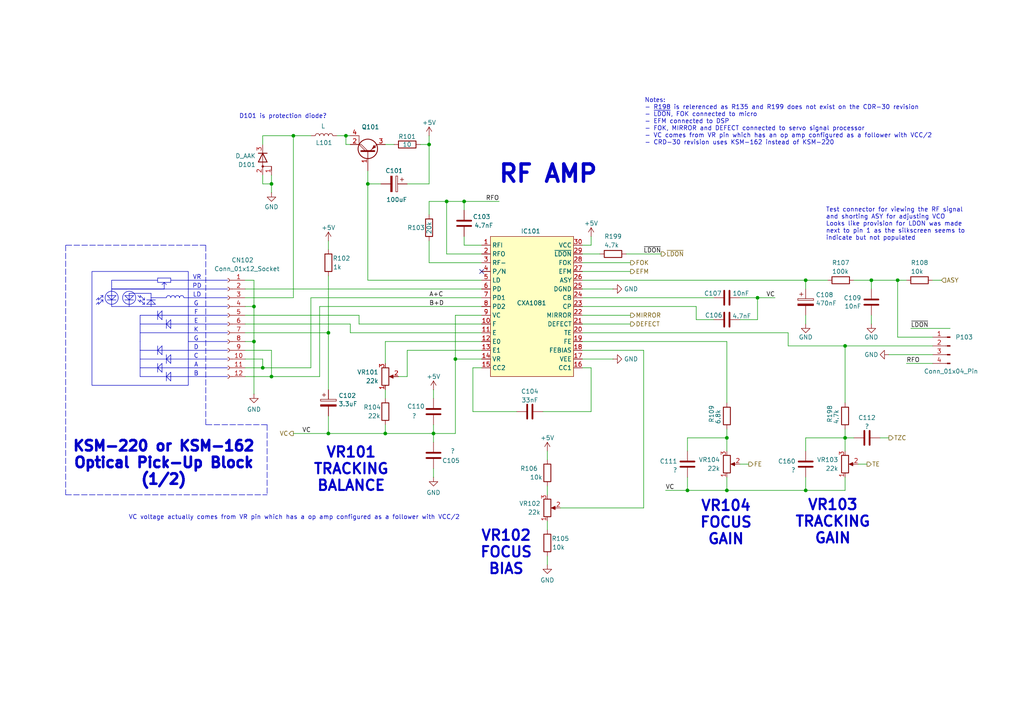
<source format=kicad_sch>
(kicad_sch (version 20231120) (generator "eeschema") (generator_version "8.0")
  (paper "A4")
  (title_block (title "PC-Engine CDR-30A (CD-ROM2) Schematics - MAIN PWR") (date "2024-05-03") (rev "0.1") (company "Author: Regis Galland"))
  (lib_symbols
    (symbol "Connector:Conn_01x04_Pin" (pin_names (offset 1.016) hide)
      (property "Reference" "J" (at 0 5.08 0))
      (property "Value" "Conn_01x04_Pin" (at 0 -7.62 0))
      (symbol "Conn_01x04_Pin_1_1"
        (polyline (pts (xy 1.27 -5.08) (xy 0.8636 -5.08)) (stroke (width 0.1524)))
        (polyline (pts (xy 1.27 -2.54) (xy 0.8636 -2.54)) (stroke (width 0.1524)))
        (polyline (pts (xy 1.27 0) (xy 0.8636 0)) (stroke (width 0.1524)))
        (polyline (pts (xy 1.27 2.54) (xy 0.8636 2.54)) (stroke (width 0.1524)))
        (rectangle (start 0.8636 -4.953) (end 0 -5.207) (stroke (width 0.1524)) (fill (type outline)))
        (rectangle (start 0.8636 -2.413) (end 0 -2.667) (stroke (width 0.1524)) (fill (type outline)))
        (rectangle (start 0.8636 0.127) (end 0 -0.127) (stroke (width 0.1524)) (fill (type outline)))
        (rectangle (start 0.8636 2.667) (end 0 2.413) (stroke (width 0.1524)) (fill (type outline)))
        (pin passive line (at 5.08 2.54 180) (length 3.81) (name "Pin_1") (number "1"))
        (pin passive line (at 5.08 0 180) (length 3.81) (name "Pin_2") (number "2"))
        (pin passive line (at 5.08 -2.54 180) (length 3.81) (name "Pin_3") (number "3"))
        (pin passive line (at 5.08 -5.08 180) (length 3.81) (name "Pin_4") (number "4"))
      )
    )
    (symbol "Connector:Conn_01x12_Socket" (pin_names (offset 1.016) hide)
      (property "Reference" "J" (at 0 15.24 0))
      (property "Value" "Conn_01x12_Socket" (at 0 -17.78 0))
      (symbol "Conn_01x12_Socket_1_1"
        (arc (start 0 -14.732) (mid -0.5058 -15.24) (end 0 -15.748) (stroke (width 0.1524)))
        (arc (start 0 -12.192) (mid -0.5058 -12.7) (end 0 -13.208) (stroke (width 0.1524)))
        (arc (start 0 -9.652) (mid -0.5058 -10.16) (end 0 -10.668) (stroke (width 0.1524)))
        (arc (start 0 -7.112) (mid -0.5058 -7.62) (end 0 -8.128) (stroke (width 0.1524)))
        (arc (start 0 -4.572) (mid -0.5058 -5.08) (end 0 -5.588) (stroke (width 0.1524)))
        (arc (start 0 -2.032) (mid -0.5058 -2.54) (end 0 -3.048) (stroke (width 0.1524)))
        (polyline (pts (xy -1.27 -15.24) (xy -0.508 -15.24)) (stroke (width 0.1524)))
        (polyline (pts (xy -1.27 -12.7) (xy -0.508 -12.7)) (stroke (width 0.1524)))
        (polyline (pts (xy -1.27 -10.16) (xy -0.508 -10.16)) (stroke (width 0.1524)))
        (polyline (pts (xy -1.27 -7.62) (xy -0.508 -7.62)) (stroke (width 0.1524)))
        (polyline (pts (xy -1.27 -5.08) (xy -0.508 -5.08)) (stroke (width 0.1524)))
        (polyline (pts (xy -1.27 -2.54) (xy -0.508 -2.54)) (stroke (width 0.1524)))
        (polyline (pts (xy -1.27 0) (xy -0.508 0)) (stroke (width 0.1524)))
        (polyline (pts (xy -1.27 2.54) (xy -0.508 2.54)) (stroke (width 0.1524)))
        (polyline (pts (xy -1.27 5.08) (xy -0.508 5.08)) (stroke (width 0.1524)))
        (polyline (pts (xy -1.27 7.62) (xy -0.508 7.62)) (stroke (width 0.1524)))
        (polyline (pts (xy -1.27 10.16) (xy -0.508 10.16)) (stroke (width 0.1524)))
        (polyline (pts (xy -1.27 12.7) (xy -0.508 12.7)) (stroke (width 0.1524)))
        (arc (start 0 0.508) (mid -0.5058 0) (end 0 -0.508) (stroke (width 0.1524)))
        (arc (start 0 3.048) (mid -0.5058 2.54) (end 0 2.032) (stroke (width 0.1524)))
        (arc (start 0 5.588) (mid -0.5058 5.08) (end 0 4.572) (stroke (width 0.1524)))
        (arc (start 0 8.128) (mid -0.5058 7.62) (end 0 7.112) (stroke (width 0.1524)))
        (arc (start 0 10.668) (mid -0.5058 10.16) (end 0 9.652) (stroke (width 0.1524)))
        (arc (start 0 13.208) (mid -0.5058 12.7) (end 0 12.192) (stroke (width 0.1524)))
        (pin passive line (at -5.08 12.7 0) (length 3.81) (name "Pin_1") (number "1"))
        (pin passive line (at -5.08 -10.16 0) (length 3.81) (name "Pin_10") (number "10"))
        (pin passive line (at -5.08 -12.7 0) (length 3.81) (name "Pin_11") (number "11"))
        (pin passive line (at -5.08 -15.24 0) (length 3.81) (name "Pin_12") (number "12"))
        (pin passive line (at -5.08 10.16 0) (length 3.81) (name "Pin_2") (number "2"))
        (pin passive line (at -5.08 7.62 0) (length 3.81) (name "Pin_3") (number "3"))
        (pin passive line (at -5.08 5.08 0) (length 3.81) (name "Pin_4") (number "4"))
        (pin passive line (at -5.08 2.54 0) (length 3.81) (name "Pin_5") (number "5"))
        (pin passive line (at -5.08 0 0) (length 3.81) (name "Pin_6") (number "6"))
        (pin passive line (at -5.08 -2.54 0) (length 3.81) (name "Pin_7") (number "7"))
        (pin passive line (at -5.08 -5.08 0) (length 3.81) (name "Pin_8") (number "8"))
        (pin passive line (at -5.08 -7.62 0) (length 3.81) (name "Pin_9") (number "9"))
      )
    )
    (symbol "Device:C" (pin_numbers hide) (pin_names (offset 0.254))
      (property "Reference" "C" (at 0.635 2.54 0))
      (property "Value" "C" (at 0.635 -2.54 0))
      (symbol "C_0_1"
        (polyline (pts (xy -2.032 -0.762) (xy 2.032 -0.762)) (stroke (width 0.508)))
        (polyline (pts (xy -2.032 0.762) (xy 2.032 0.762)) (stroke (width 0.508)))
      )
      (symbol "C_1_1"
        (pin passive line (at 0 3.81 270) (length 2.794) (name "~") (number "1"))
        (pin passive line (at 0 -3.81 90) (length 2.794) (name "~") (number "2"))
      )
    )
    (symbol "Device:C_Polarized" (pin_numbers hide) (pin_names (offset 0.254))
      (property "Reference" "C" (at 0.635 2.54 0))
      (property "Value" "C_Polarized" (at 0.635 -2.54 0))
      (symbol "C_Polarized_0_1"
        (rectangle (start -2.286 0.508) (end 2.286 1.016))
        (polyline (pts (xy -1.778 2.286) (xy -0.762 2.286)))
        (polyline (pts (xy -1.27 2.794) (xy -1.27 1.778)))
        (rectangle (start 2.286 -0.508) (end -2.286 -1.016) (fill (type outline)))
      )
      (symbol "C_Polarized_1_1"
        (pin passive line (at 0 3.81 270) (length 2.794) (name "~") (number "1"))
        (pin passive line (at 0 -3.81 90) (length 2.794) (name "~") (number "2"))
      )
    )
    (symbol "Device:D_AAK" (pin_names (offset 0) hide)
      (property "Reference" "D" (at 0 2.54 0))
      (property "Value" "D_AAK" (at 0 -2.54 0))
      (symbol "D_AAK_0_1"
        (polyline (pts (xy -1.27 1.27) (xy -1.27 -1.27)) (stroke (width 0.254)))
        (polyline (pts (xy 1.27 1.27) (xy 1.27 -1.27) (xy -1.27 0) (xy 1.27 1.27)) (stroke (width 0.254)))
        (polyline (pts (xy 3.81 2.54) (xy 2.54 2.54) (xy 2.54 0) (xy -1.27 0)))
        (circle (center 2.54 0) (radius 0.254) (fill (type outline)))
      )
      (symbol "D_AAK_1_1"
        (pin passive line (at 5.08 2.54 180) (length 2.54) (name "A") (number "1"))
        (pin passive line (at 5.08 0 180) (length 2.54) (name "A") (number "2"))
        (pin passive line (at -3.81 0 0) (length 2.54) (name "K") (number "3"))
      )
    )
    (symbol "Device:L" (pin_numbers hide) (pin_names (offset 1.016) hide)
      (property "Reference" "L" (at -1.27 0 90))
      (property "Value" "L" (at 1.905 0 90))
      (symbol "L_0_1"
        (arc (start 0 -2.54) (mid 0.6323 -1.905) (end 0 -1.27))
        (arc (start 0 -1.27) (mid 0.6323 -0.635) (end 0 0))
        (arc (start 0 0) (mid 0.6323 0.635) (end 0 1.27))
        (arc (start 0 1.27) (mid 0.6323 1.905) (end 0 2.54))
      )
      (symbol "L_1_1"
        (pin passive line (at 0 3.81 270) (length 1.27) (name "1") (number "1"))
        (pin passive line (at 0 -3.81 90) (length 1.27) (name "2") (number "2"))
      )
    )
    (symbol "Device:Q_PNP_Darlington_BCEC" (pin_names (offset 0) hide)
      (property "Reference" "Q" (at 5.588 1.27 0))
      (property "Value" "Q_PNP_Darlington_BCEC" (at 5.588 -1.27 0))
      (symbol "Q_PNP_Darlington_BCEC_0_1"
        (polyline (pts (xy 0.635 0.635) (xy 2.54 2.54)))
        (polyline (pts (xy 5.08 2.54) (xy 2.54 2.54)))
        (polyline (pts (xy 0.635 -0.635) (xy 2.54 -2.54) (xy 2.54 -2.54)))
        (polyline (pts (xy 0.635 0) (xy 2.54 1.905) (xy 2.54 2.54)))
        (polyline (pts (xy 0.635 1.905) (xy 0.635 -1.905) (xy 0.635 -1.905)) (stroke (width 0.508)))
        (polyline (pts (xy 2.286 -1.778) (xy 1.778 -2.286) (xy 1.27 -1.27) (xy 2.286 -1.778) (xy 2.286 -1.778)) (fill (type outline)))
        (circle (center 1.27 0) (radius 2.8194) (stroke (width 0.254)))
      )
      (symbol "Q_PNP_Darlington_BCEC_1_1"
        (pin input line (at -5.08 0 0) (length 5.715) (name "B") (number "1"))
        (pin passive line (at 2.54 5.08 270) (length 2.54) (name "C") (number "2"))
        (pin passive line (at 2.54 -5.08 90) (length 2.54) (name "E") (number "3"))
        (pin passive line (at 5.08 5.08 270) (length 2.54) (name "C") (number "4"))
      )
    )
    (symbol "Device:R" (pin_numbers hide) (pin_names (offset 0))
      (property "Reference" "R" (at 2.032 0 90))
      (property "Value" "R" (at 0 0 90))
      (symbol "R_0_1"
        (rectangle (start -1.016 -2.54) (end 1.016 2.54) (stroke (width 0.254)))
      )
      (symbol "R_1_1"
        (pin passive line (at 0 3.81 270) (length 1.27) (name "~") (number "1"))
        (pin passive line (at 0 -3.81 90) (length 1.27) (name "~") (number "2"))
      )
    )
    (symbol "Device:R_Potentiometer" (pin_names (offset 1.016) hide)
      (property "Reference" "RV" (at -4.445 0 90))
      (property "Value" "R_Potentiometer" (at -2.54 0 90))
      (symbol "R_Potentiometer_0_1"
        (polyline (pts (xy 2.54 0) (xy 1.524 0)))
        (polyline (pts (xy 1.143 0) (xy 2.286 0.508) (xy 2.286 -0.508) (xy 1.143 0)) (fill (type outline)))
        (rectangle (start 1.016 2.54) (end -1.016 -2.54) (stroke (width 0.254)))
      )
      (symbol "R_Potentiometer_1_1"
        (pin passive line (at 0 3.81 270) (length 1.27) (name "1") (number "1"))
        (pin passive line (at 3.81 0 180) (length 1.27) (name "2") (number "2"))
        (pin passive line (at 0 -3.81 90) (length 1.27) (name "3") (number "3"))
      )
    )
    (symbol "PC-Engine_CDR-30:CXA1081"
      (property "Reference" "IC" (at -0.635 40.005 0))
      (property "Value" "CXA1081" (at 7.62 4.445 0))
      (symbol "CXA1081_0_0"
        (rectangle (start 2.54 2.54) (end 26.67 -38.1) (stroke (width 0.1524)) (fill (type background)))
      )
      (symbol "CXA1081_1_1"
        (pin input line (at 0 0 0) (length 2.54) (name "RFI") (number "1"))
        (pin input line (at 0 -22.86 0) (length 2.54) (name "F") (number "10"))
        (pin input line (at 0 -25.4 0) (length 2.54) (name "E") (number "11"))
        (pin output line (at 0 -27.94 0) (length 2.54) (name "E0") (number "12"))
        (pin input line (at 0 -30.48 0) (length 2.54) (name "E1") (number "13"))
        (pin power_out line (at 0 -33.02 0) (length 2.54) (name "VR") (number "14"))
        (pin input line (at 0 -35.56 0) (length 2.54) (name "CC2") (number "15"))
        (pin input line (at 29.21 -35.56 180) (length 2.54) (name "CC1") (number "16"))
        (pin power_in line (at 29.21 -33.02 180) (length 2.54) (name "VEE") (number "17"))
        (pin input line (at 29.21 -30.48 180) (length 2.54) (name "FEBIAS") (number "18"))
        (pin output line (at 29.21 -27.94 180) (length 2.54) (name "FE") (number "19"))
        (pin output line (at 0 -2.54 0) (length 2.54) (name "RFO") (number "2"))
        (pin output line (at 29.21 -25.4 180) (length 2.54) (name "TE") (number "20"))
        (pin output line (at 29.21 -22.86 180) (length 2.54) (name "DEFECT") (number "21"))
        (pin input line (at 29.21 -20.32 180) (length 2.54) (name "MIRROR") (number "22"))
        (pin input line (at 29.21 -17.78 180) (length 2.54) (name "CP") (number "23"))
        (pin input line (at 29.21 -15.24 180) (length 2.54) (name "CB") (number "24"))
        (pin power_in line (at 29.21 -12.7 180) (length 2.54) (name "DGND") (number "25"))
        (pin input line (at 29.21 -10.16 180) (length 2.54) (name "ASY") (number "26"))
        (pin output line (at 29.21 -7.62 180) (length 2.54) (name "EFM") (number "27"))
        (pin input line (at 29.21 -5.08 180) (length 2.54) (name "FOK") (number "28"))
        (pin input line (at 29.21 -2.54 180) (length 2.54) (name "~{LDON}") (number "29"))
        (pin input line (at 0 -5.08 0) (length 2.54) (name "RF-") (number "3"))
        (pin power_in line (at 29.21 0 180) (length 2.54) (name "VCC") (number "30"))
        (pin input line (at 0 -7.62 0) (length 2.54) (name "P/N") (number "4"))
        (pin output line (at 0 -10.16 0) (length 2.54) (name "LD") (number "5"))
        (pin input line (at 0 -12.7 0) (length 2.54) (name "PD") (number "6"))
        (pin input line (at 0 -15.24 0) (length 2.54) (name "PD1") (number "7"))
        (pin input line (at 0 -17.78 0) (length 2.54) (name "PD2") (number "8"))
        (pin power_in line (at 0 -20.32 0) (length 2.54) (name "VC") (number "9"))
      )
    )
    (symbol "power:+5V" (power) (pin_numbers hide) (pin_names (offset 0) hide)
      (property "Value" "+5V" (at 0 3.556 0))
      (symbol "+5V_0_1"
        (polyline (pts (xy -0.762 1.27) (xy 0 2.54)))
        (polyline (pts (xy 0 0) (xy 0 2.54)))
        (polyline (pts (xy 0 2.54) (xy 0.762 1.27)))
      )
      (symbol "+5V_1_1"
        (pin power_in line (at 0 0 90) (length 0) (name "~") (number "1"))
      )
    )
    (symbol "power:GND" (power) (pin_numbers hide) (pin_names (offset 0) hide)
      (property "Value" "GND" (at 0 -3.81 0))
      (symbol "GND_0_1"
        (polyline (pts (xy 0 0) (xy 0 -1.27) (xy 1.27 -1.27) (xy 0 -2.54) (xy -1.27 -1.27) (xy 0 -1.27)))
      )
      (symbol "GND_1_1"
        (pin power_in line (at 0 0 270) (length 0) (name "~") (number "1"))
      )
    )
  )
  (junction (at 76.2 106.68))
  (junction (at 111.76 125.73))
  (junction (at 106.68 53.34))
  (junction (at 132.08 104.14))
  (junction (at 245.11 100.33))
  (junction (at 129.54 58.42))
  (junction (at 233.68 142.24))
  (junction (at 260.35 81.28))
  (junction (at 210.82 127))
  (junction (at 100.33 39.37))
  (junction (at 78.74 53.34))
  (junction (at 219.71 86.36))
  (junction (at 199.39 142.24))
  (junction (at 78.74 109.22))
  (junction (at 125.73 125.73))
  (junction (at 73.66 88.9))
  (junction (at 95.25 96.52))
  (junction (at 210.82 142.24))
  (junction (at 134.62 58.42))
  (junction (at 233.68 81.28))
  (junction (at 245.11 127))
  (junction (at 85.09 39.37))
  (junction (at 252.73 81.28))
  (junction (at 95.25 125.73))
  (junction (at 124.46 41.91))
  (junction (at 73.66 99.06))
  (no_connect (at 139.7 78.74))
  (polyline (pts (xy 41.275 88.265) (xy 41.91 88.265)))
  (wire (pts (xy 134.62 71.12) (xy 139.7 71.12)))
  (wire (pts (xy 158.75 130.81) (xy 158.75 133.35)))
  (wire (pts (xy 104.14 91.44) (xy 71.12 91.44)))
  (wire (pts (xy 158.75 140.97) (xy 158.75 143.51)))
  (wire (pts (xy 106.68 53.34) (xy 106.68 81.28)))
  (wire (pts (xy 106.68 53.34) (xy 110.49 53.34)))
  (polyline (pts (xy 19.05 71.12) (xy 19.05 143.51)) (stroke (width 0) (type dash)))
  (polyline (pts (xy 32.385 88.9) (xy 54.61 88.9)))
  (wire (pts (xy 124.46 53.34) (xy 118.11 53.34)))
  (polyline (pts (xy 45.085 88.265) (xy 42.545 88.265)))
  (polyline (pts (xy 32.385 83.82) (xy 32.385 88.9)))
  (wire (pts (xy 168.91 99.06) (xy 210.82 99.06)))
  (wire (pts (xy 111.76 125.73) (xy 111.76 123.19)))
  (polyline (pts (xy 59.69 71.12) (xy 19.05 71.12)) (stroke (width 0) (type dash)))
  (wire (pts (xy 210.82 142.24) (xy 233.68 142.24)))
  (wire (pts (xy 71.12 106.68) (xy 76.2 106.68)))
  (wire (pts (xy 111.76 125.73) (xy 125.73 125.73)))
  (wire (pts (xy 125.73 125.73) (xy 125.73 128.27)))
  (polyline (pts (xy 37.465 86.995) (xy 36.195 85.725)))
  (wire (pts (xy 134.62 58.42) (xy 144.78 58.42)))
  (polyline (pts (xy 66.04 109.22) (xy 40.64 109.22)))
  (polyline (pts (xy 47.625 81.915) (xy 47.625 83.82)))
  (polyline (pts (xy 41.275 86.995) (xy 41.91 86.995)))
  (wire (pts (xy 255.27 127) (xy 257.81 127)))
  (wire (pts (xy 73.66 81.28) (xy 71.12 81.28)))
  (polyline (pts (xy 40.64 93.98) (xy 66.04 93.98)))
  (polyline (pts (xy 45.72 91.44) (xy 46.99 92.71)))
  (wire (pts (xy 248.92 134.62) (xy 251.46 134.62)))
  (wire (pts (xy 245.11 138.43) (xy 245.11 142.24)))
  (polyline (pts (xy 32.385 86.995) (xy 33.655 85.725)))
  (polyline (pts (xy 41.91 88.265) (xy 41.91 87.63)))
  (polyline (pts (xy 40.64 104.14) (xy 66.04 104.14)))
  (polyline (pts (xy 31.115 86.995) (xy 33.655 86.995)))
  (wire (pts (xy 182.88 78.74) (xy 168.91 78.74)))
  (wire (pts (xy 214.63 86.36) (xy 219.71 86.36)))
  (polyline (pts (xy 48.26 102.87) (xy 48.26 105.41)))
  (wire (pts (xy 132.08 104.14) (xy 132.08 125.73)))
  (polyline (pts (xy 45.72 106.68) (xy 46.99 105.41)))
  (polyline (pts (xy 40.64 99.06) (xy 40.64 91.44)))
  (wire (pts (xy 90.17 86.36) (xy 139.7 86.36)))
  (wire (pts (xy 124.46 69.85) (xy 124.46 76.2)))
  (polyline (pts (xy 48.26 92.71) (xy 48.26 95.25)))
  (wire (pts (xy 124.46 41.91) (xy 121.92 41.91)))
  (polyline (pts (xy 43.815 86.995) (xy 45.085 88.265)))
  (wire (pts (xy 199.39 127) (xy 199.39 130.81)))
  (polyline (pts (xy 28.575 88.265) (xy 29.845 86.995)))
  (wire (pts (xy 270.51 81.28) (xy 273.05 81.28)))
  (wire (pts (xy 73.66 88.9) (xy 73.66 99.06)))
  (wire (pts (xy 182.88 93.98) (xy 168.91 93.98)))
  (wire (pts (xy 129.54 73.66) (xy 139.7 73.66)))
  (wire (pts (xy 168.91 88.9) (xy 201.93 88.9)))
  (wire (pts (xy 247.65 81.28) (xy 252.73 81.28)))
  (wire (pts (xy 111.76 41.91) (xy 114.3 41.91)))
  (wire (pts (xy 78.74 55.88) (xy 78.74 53.34)))
  (wire (pts (xy 132.08 125.73) (xy 125.73 125.73)))
  (wire (pts (xy 129.54 58.42) (xy 124.46 58.42)))
  (wire (pts (xy 210.82 124.46) (xy 210.82 127)))
  (wire (pts (xy 76.2 39.37) (xy 85.09 39.37)))
  (wire (pts (xy 124.46 58.42) (xy 124.46 62.23)))
  (polyline (pts (xy 46.99 82.55) (xy 47.625 81.915)))
  (wire (pts (xy 210.82 99.06) (xy 210.82 116.84)))
  (wire (pts (xy 101.6 93.98) (xy 101.6 96.52)))
  (polyline (pts (xy 77.47 123.19) (xy 59.69 123.19)) (stroke (width 0) (type dash)))
  (polyline (pts (xy 28.575 86.995) (xy 29.845 85.725)))
  (wire (pts (xy 71.12 109.22) (xy 78.74 109.22)))
  (polyline (pts (xy 66.04 83.82) (xy 32.385 83.82)))
  (wire (pts (xy 158.75 151.13) (xy 158.75 153.67)))
  (wire (pts (xy 252.73 93.98) (xy 252.73 91.44)))
  (polyline (pts (xy 29.21 86.995) (xy 29.845 86.995)))
  (polyline (pts (xy 29.845 85.725) (xy 29.845 86.36)))
  (polyline (pts (xy 31.115 85.725) (xy 33.655 85.725)))
  (wire (pts (xy 207.01 92.71) (xy 201.93 92.71)))
  (polyline (pts (xy 27.94 86.995) (xy 28.575 86.36)))
  (polyline (pts (xy 40.64 91.44) (xy 66.04 91.44)))
  (wire (pts (xy 182.88 91.44) (xy 168.91 91.44)))
  (polyline (pts (xy 43.815 85.09) (xy 43.815 86.36)))
  (polyline (pts (xy 49.53 81.28) (xy 66.04 81.28)))
  (polyline (pts (xy 28.575 86.36) (xy 28.575 86.995)))
  (polyline (pts (xy 45.72 105.41) (xy 45.72 107.95)))
  (wire (pts (xy 139.7 106.68) (xy 137.16 106.68)))
  (wire (pts (xy 139.7 99.06) (xy 111.76 99.06)))
  (polyline (pts (xy 40.64 106.68) (xy 66.04 106.68)))
  (polyline (pts (xy 37.465 85.09) (xy 37.465 88.9)))
  (polyline (pts (xy 45.72 106.68) (xy 46.99 107.95)))
  (wire (pts (xy 245.11 100.33) (xy 270.51 100.33)))
  (wire (pts (xy 71.12 93.98) (xy 101.6 93.98)))
  (wire (pts (xy 106.68 81.28) (xy 139.7 81.28)))
  (polyline (pts (xy 43.815 86.995) (xy 42.545 88.265)))
  (wire (pts (xy 100.33 41.91) (xy 100.33 39.37)))
  (polyline (pts (xy 29.21 85.725) (xy 29.845 85.725)))
  (wire (pts (xy 252.73 81.28) (xy 252.73 83.82)))
  (polyline (pts (xy 46.99 100.33) (xy 46.99 102.87)))
  (polyline (pts (xy 37.465 85.09) (xy 43.815 85.09)))
  (wire (pts (xy 71.12 83.82) (xy 139.7 83.82)))
  (wire (pts (xy 76.2 104.14) (xy 76.2 106.68)))
  (wire (pts (xy 71.12 88.9) (xy 73.66 88.9)))
  (wire (pts (xy 111.76 115.57) (xy 111.76 113.03)))
  (polyline (pts (xy 29.845 86.995) (xy 29.845 87.63)))
  (polyline (pts (xy 32.385 83.82) (xy 47.625 83.82)))
  (polyline (pts (xy 36.195 86.995) (xy 38.735 86.995)))
  (wire (pts (xy 85.09 125.73) (xy 95.25 125.73)))
  (wire (pts (xy 193.04 142.24) (xy 199.39 142.24)))
  (polyline (pts (xy 48.26 104.14) (xy 49.53 102.87)))
  (polyline (pts (xy 54.61 99.06) (xy 66.04 99.06)))
  (polyline (pts (xy 37.465 86.995) (xy 38.735 85.725)))
  (wire (pts (xy 233.68 142.24) (xy 233.68 138.43)))
  (polyline (pts (xy 45.72 100.33) (xy 45.72 102.87)))
  (polyline (pts (xy 43.815 88.9) (xy 43.815 86.36)))
  (wire (pts (xy 210.82 142.24) (xy 210.82 138.43)))
  (wire (pts (xy 157.48 119.38) (xy 171.45 119.38)))
  (wire (pts (xy 118.11 101.6) (xy 139.7 101.6)))
  (polyline (pts (xy 47.625 81.915) (xy 48.26 82.55)))
  (wire (pts (xy 264.16 95.25) (xy 275.59 95.25)))
  (wire (pts (xy 210.82 127) (xy 199.39 127)))
  (wire (pts (xy 233.68 81.28) (xy 233.68 83.82)))
  (wire (pts (xy 132.08 91.44) (xy 132.08 104.14)))
  (wire (pts (xy 124.46 41.91) (xy 124.46 53.34)))
  (wire (pts (xy 173.99 73.66) (xy 168.91 73.66)))
  (wire (pts (xy 139.7 104.14) (xy 132.08 104.14)))
  (wire (pts (xy 137.16 106.68) (xy 137.16 119.38)))
  (wire (pts (xy 168.91 83.82) (xy 177.8 83.82)))
  (wire (pts (xy 106.68 49.53) (xy 106.68 53.34)))
  (polyline (pts (xy 19.05 143.51) (xy 77.47 143.51)) (stroke (width 0) (type dash)))
  (polyline (pts (xy 32.385 81.28) (xy 32.385 83.82)))
  (polyline (pts (xy 28.575 87.63) (xy 28.575 88.265)))
  (polyline (pts (xy 27.94 88.265) (xy 28.575 87.63)))
  (polyline (pts (xy 49.53 107.95) (xy 49.53 110.49)))
  (wire (pts (xy 245.11 124.46) (xy 245.11 127)))
  (polyline (pts (xy 46.99 90.17) (xy 46.99 92.71)))
  (polyline (pts (xy 48.26 93.98) (xy 49.53 92.71)))
  (wire (pts (xy 124.46 76.2) (xy 139.7 76.2)))
  (wire (pts (xy 71.12 104.14) (xy 76.2 104.14)))
  (polyline (pts (xy 40.005 85.725) (xy 40.64 86.36)))
  (wire (pts (xy 73.66 88.9) (xy 73.66 81.28)))
  (polyline (pts (xy 49.53 102.87) (xy 49.53 105.41)))
  (wire (pts (xy 78.74 50.8) (xy 78.74 53.34)))
  (polyline (pts (xy 45.72 101.6) (xy 46.99 102.87)))
  (wire (pts (xy 210.82 130.81) (xy 210.82 127)))
  (polyline (pts (xy 46.99 105.41) (xy 46.99 107.95)))
  (polyline (pts (xy 40.005 86.995) (xy 40.64 87.63)))
  (wire (pts (xy 118.11 101.6) (xy 118.11 109.22)))
  (wire (pts (xy 168.91 104.14) (xy 177.8 104.14)))
  (wire (pts (xy 90.17 106.68) (xy 90.17 86.36)))
  (wire (pts (xy 76.2 39.37) (xy 76.2 41.91)))
  (wire (pts (xy 101.6 96.52) (xy 139.7 96.52)))
  (wire (pts (xy 191.77 73.66) (xy 181.61 73.66)))
  (wire (pts (xy 71.12 96.52) (xy 95.25 96.52)))
  (wire (pts (xy 124.46 39.37) (xy 124.46 41.91)))
  (wire (pts (xy 214.63 92.71) (xy 219.71 92.71)))
  (wire (pts (xy 168.91 81.28) (xy 233.68 81.28)))
  (wire (pts (xy 247.65 127) (xy 245.11 127)))
  (wire (pts (xy 85.09 39.37) (xy 90.17 39.37)))
  (wire (pts (xy 111.76 125.73) (xy 95.25 125.73)))
  (wire (pts (xy 260.35 97.79) (xy 270.51 97.79)))
  (wire (pts (xy 252.73 81.28) (xy 260.35 81.28)))
  (wire (pts (xy 245.11 127) (xy 245.11 130.81)))
  (polyline (pts (xy 40.64 109.22) (xy 40.64 101.6)))
  (wire (pts (xy 134.62 68.58) (xy 134.62 71.12)))
  (wire (pts (xy 168.91 86.36) (xy 207.01 86.36)))
  (wire (pts (xy 262.89 105.41) (xy 270.51 105.41)))
  (wire (pts (xy 104.14 91.44) (xy 104.14 93.98)))
  (wire (pts (xy 199.39 142.24) (xy 210.82 142.24)))
  (wire (pts (xy 73.66 99.06) (xy 73.66 114.3)))
  (wire (pts (xy 168.91 71.12) (xy 171.45 71.12)))
  (wire (pts (xy 201.93 92.71) (xy 201.93 88.9)))
  (wire (pts (xy 78.74 101.6) (xy 71.12 101.6)))
  (wire (pts (xy 245.11 142.24) (xy 233.68 142.24)))
  (wire (pts (xy 95.25 69.85) (xy 95.25 72.39)))
  (wire (pts (xy 78.74 53.34) (xy 76.2 53.34)))
  (wire (pts (xy 100.33 39.37) (xy 97.79 39.37)))
  (wire (pts (xy 245.11 127) (xy 233.68 127)))
  (polyline (pts (xy 45.72 91.44) (xy 46.99 90.17)))
  (wire (pts (xy 76.2 106.68) (xy 90.17 106.68)))
  (polyline (pts (xy 32.385 81.28) (xy 45.72 81.28)))
  (wire (pts (xy 219.71 86.36) (xy 219.71 92.71)))
  (wire (pts (xy 129.54 58.42) (xy 134.62 58.42)))
  (wire (pts (xy 168.91 96.52) (xy 228.6 96.52)))
  (polyline (pts (xy 59.69 123.19) (xy 59.69 71.12)) (stroke (width 0) (type dash)))
  (wire (pts (xy 78.74 101.6) (xy 78.74 109.22)))
  (wire (pts (xy 125.73 135.89) (xy 125.73 138.43)))
  (wire (pts (xy 78.74 109.22) (xy 92.71 109.22)))
  (wire (pts (xy 118.11 109.22) (xy 115.57 109.22)))
  (wire (pts (xy 158.75 161.29) (xy 158.75 163.83)))
  (wire (pts (xy 100.33 39.37) (xy 101.6 39.37)))
  (polyline (pts (xy 45.72 90.17) (xy 45.72 92.71)))
  (wire (pts (xy 76.2 53.34) (xy 76.2 50.8)))
  (polyline (pts (xy 40.64 99.06) (xy 40.64 101.6)))
  (wire (pts (xy 233.68 81.28) (xy 240.03 81.28)))
  (polyline (pts (xy 48.26 104.14) (xy 49.53 105.41)))
  (polyline (pts (xy 40.64 101.6) (xy 66.04 101.6)))
  (wire (pts (xy 134.62 60.96) (xy 134.62 58.42)))
  (polyline (pts (xy 53.34 86.36) (xy 66.04 86.36)))
  (wire (pts (xy 137.16 119.38) (xy 149.86 119.38)))
  (wire (pts (xy 139.7 93.98) (xy 104.14 93.98)))
  (wire (pts (xy 214.63 134.62) (xy 217.17 134.62)))
  (wire (pts (xy 260.35 81.28) (xy 262.89 81.28)))
  (wire (pts (xy 233.68 91.44) (xy 233.68 93.98)))
  (polyline (pts (xy 48.26 109.22) (xy 49.53 107.95)))
  (polyline (pts (xy 40.64 87.63) (xy 40.64 86.995)))
  (wire (pts (xy 245.11 100.33) (xy 245.11 116.84)))
  (wire (pts (xy 219.71 86.36) (xy 224.79 86.36)))
  (wire (pts (xy 171.45 68.58) (xy 171.45 71.12)))
  (wire (pts (xy 139.7 91.44) (xy 132.08 91.44)))
  (wire (pts (xy 182.88 76.2) (xy 168.91 76.2)))
  (wire (pts (xy 260.35 81.28) (xy 260.35 97.79)))
  (wire (pts (xy 71.12 99.06) (xy 73.66 99.06)))
  (wire (pts (xy 95.25 96.52) (xy 95.25 113.03)))
  (wire (pts (xy 168.91 101.6) (xy 186.69 101.6)))
  (wire (pts (xy 125.73 125.73) (xy 125.73 123.19)))
  (polyline (pts (xy 54.61 88.9) (xy 66.04 88.9)))
  (wire (pts (xy 71.12 86.36) (xy 85.09 86.36)))
  (wire (pts (xy 95.25 80.01) (xy 95.25 96.52)))
  (wire (pts (xy 111.76 99.06) (xy 111.76 105.41)))
  (polyline (pts (xy 40.64 85.725) (xy 41.91 86.995)))
  (wire (pts (xy 270.51 102.87) (xy 257.81 102.87)))
  (wire (pts (xy 129.54 58.42) (xy 129.54 73.66)))
  (polyline (pts (xy 48.26 109.22) (xy 49.53 110.49)))
  (polyline (pts (xy 48.26 107.95) (xy 48.26 110.49)))
  (polyline (pts (xy 45.72 101.6) (xy 46.99 100.33)))
  (wire (pts (xy 95.25 120.65) (xy 95.25 125.73)))
  (polyline (pts (xy 36.195 85.725) (xy 38.735 85.725)))
  (wire (pts (xy 233.68 127) (xy 233.68 130.81)))
  (wire (pts (xy 228.6 96.52) (xy 228.6 100.33)))
  (polyline (pts (xy 48.26 93.98) (xy 49.53 95.25)))
  (polyline (pts (xy 43.815 86.36) (xy 48.26 86.36)))
  (polyline (pts (xy 40.64 86.995) (xy 41.91 88.265)))
  (polyline (pts (xy 40.64 96.52) (xy 66.04 96.52)))
  (polyline (pts (xy 40.64 86.36) (xy 40.64 85.725)))
  (wire (pts (xy 162.56 147.32) (xy 186.69 147.32)))
  (wire (pts (xy 101.6 41.91) (xy 100.33 41.91)))
  (wire (pts (xy 85.09 39.37) (xy 85.09 86.36)))
  (polyline (pts (xy 45.085 86.995) (xy 42.545 86.995)))
  (wire (pts (xy 228.6 100.33) (xy 245.11 100.33)))
  (wire (pts (xy 171.45 119.38) (xy 171.45 106.68)))
  (wire (pts (xy 199.39 138.43) (xy 199.39 142.24)))
  (polyline (pts (xy 49.53 92.71) (xy 49.53 95.25)))
  (wire (pts (xy 171.45 106.68) (xy 168.91 106.68)))
  (wire (pts (xy 92.71 109.22) (xy 92.71 88.9)))
  (polyline (pts (xy 41.91 86.995) (xy 41.91 86.36)))
  (wire (pts (xy 125.73 113.03) (xy 125.73 115.57)))
  (polyline (pts (xy 77.47 123.19) (xy 77.47 143.51)) (stroke (width 0) (type dash)))
  (wire (pts (xy 186.69 101.6) (xy 186.69 147.32)))
  (polyline (pts (xy 32.385 86.995) (xy 31.115 85.725)))
  (wire (pts (xy 92.71 88.9) (xy 139.7 88.9)))
  (arc (start 52.07 86.36) (mid 52.705 85.725) (end 53.34 86.36))
  (arc (start 50.8 86.36) (mid 51.435 85.725) (end 52.07 86.36))
  (circle (center 37.465 86.36) (radius 1.905))
  (rectangle (start 26.67 78.74) (end 54.61 111.76))
  (circle (center 32.385 86.36) (radius 1.905))
  (rectangle (start 45.72 80.645) (end 49.53 81.915))
  (arc (start 48.26 86.36) (mid 48.895 85.725) (end 49.53 86.36))
  (arc (start 49.53 86.36) (mid 50.165 85.725) (end 50.8 86.36))
  (text "C" (at 56.896 103.378 0) (effects (font (size 1.27 1.27))))
  (text "LD" (at 57.15 85.598 0) (effects (font (size 1.27 1.27))))
  (text "RF AMP" (at 159.004 50.546 0) (effects (font (size 5 5) (thickness 1) (bold yes))))
  (text "G" (at 56.896 88.138 0) (effects (font (size 1.27 1.27))))
  (text "D" (at 56.896 100.838 0) (effects (font (size 1.27 1.27))))
  (text "VR" (at 57.15 80.518 0) (effects (font (size 1.27 1.27))))
  (text "K" (at 56.896 95.758 0) (effects (font (size 1.27 1.27))))
  (text "B" (at 56.896 108.458 0) (effects (font (size 1.27 1.27))))
  (text "Test connector for viewing the RF signal\nand shorting ASY for adjusting VCO\nLooks like provision for LDON was made\nnext to pin 1 as the silkscreen seems to\nindicate but not populated" (at 239.522 69.85 0) (effects (font (size 1.27 1.27)) (justify left bottom)))
  (text "Notes:\n- R198 is relerenced as R135 and R199 does not exist on the CDR-30 revision\n- ~{LDON}, FOK connected to micro\n- EFM connected to DSP\n- FOK, MIRROR and DEFECT connected to servo signal processor\n- VC comes from VR pin which has an op amp configured as a follower with VCC/2\n- CRD-30 revision uses KSM-162 instead of KSM-220" (at 186.944 35.306 0) (effects (font (size 1.27 1.27)) (justify left)))
  (text "PD" (at 57.15 83.058 0) (effects (font (size 1.27 1.27))))
  (text "D101 is protection diode?" (at 69.342 34.544 0) (effects (font (size 1.27 1.27)) (justify left bottom)))
  (text "A" (at 56.896 105.918 0) (effects (font (size 1.27 1.27))))
  (text "KSM-220 or KSM-162\nOptical Pick-Up Block\n(1/2)" (at 47.498 134.366 0) (effects (font (size 3 3) (thickness 1) (bold yes))))
  (text "F" (at 56.896 90.678 0) (effects (font (size 1.27 1.27))))
  (text "VR103\nTRACKING\nGAIN\n" (at 241.554 157.988 0) (effects (font (size 3 3) (thickness 0.6) (bold yes)) (justify bottom)))
  (text "VC voltage actually comes from VR pin which has a op amp configured as a follower with VCC/2" (at 85.344 150.114 0) (effects (font (size 1.27 1.27))))
  (text "G" (at 56.896 98.298 0) (effects (font (size 1.27 1.27))))
  (text "VR104\nFOCUS\nGAIN\n" (at 210.566 158.242 0) (effects (font (size 3 3) (thickness 0.6) (bold yes)) (justify bottom)))
  (text "VR101\nTRACKING\nBALANCE" (at 101.854 142.748 0) (effects (font (size 3 3) (thickness 0.6) (bold yes)) (justify bottom)))
  (text "VR102\nFOCUS\nBIAS" (at 146.812 166.878 0) (effects (font (size 3 3) (thickness 0.6) (bold yes)) (justify bottom)))
  (text "E" (at 56.896 93.218 0) (effects (font (size 1.27 1.27))))
  (label "A+C" (at 124.46 86.36 0))
  (label "VC" (at 87.63 125.73 0))
  (label "VC" (at 224.79 86.36 180))
  (label "~{LDON}" (at 264.16 95.25 0))
  (label "VC" (at 193.04 142.24 0))
  (label "~{LDON}" (at 191.77 73.66 180))
  (label "RFO" (at 144.78 58.42 180))
  (label "RFO" (at 262.89 105.41 0))
  (label "B+D" (at 124.46 88.9 0))
  (hierarchical_label "TZC" (shape output) (at 257.81 127 0))
  (hierarchical_label "ASY" (shape input) (at 273.05 81.28 0))
  (hierarchical_label "EFM" (shape output) (at 182.88 78.74 0))
  (hierarchical_label "FE" (shape output) (at 217.17 134.62 0))
  (hierarchical_label "TE" (shape output) (at 251.46 134.62 0))
  (hierarchical_label "VC" (shape output) (at 85.09 125.73 180))
  (hierarchical_label "FOK" (shape output) (at 182.88 76.2 0))
  (hierarchical_label "MIRROR" (shape output) (at 182.88 91.44 0))
  (hierarchical_label "DEFECT" (shape output) (at 182.88 93.98 0))
  (hierarchical_label "~{LDON}" (shape output) (at 191.77 73.66 0))
  (symbol (lib_id "Device:R") (at 177.8 73.66 90) (mirror x) (unit 1)
    (property "Reference" "R199" (at 175.26 68.58 90) (effects (justify right)))
    (property "Value" "4.7k" (at 175.26 71.12 90) (effects (justify right)))
    (property "Footprint" "Resistor_SMD:R_0603_1608Metric" (effects (hide yes)))
  )
  (symbol (lib_id "Device:C") (at 134.62 64.77 0) (unit 1)
    (property "Reference" "C103" (at 139.7 62.865 0))
    (property "Value" "4.7nF" (at 140.335 65.405 0))
    (property "Footprint" "Capacitor_SMD:C_0603_1608Metric" (effects (hide yes)))
  )
  (symbol (lib_id "power:GND") (at 73.66 114.3 0) (unit 1)
    (property "Reference" "#PWR0129" (effects (hide yes)))
    (property "Value" "GND" (at 73.66 118.7434 0))
    (property "Description" "Power symbol creates a global label with name \"GND\" , ground" (effects (hide yes)))
  )
  (symbol (lib_id "Device:R_Potentiometer") (at 210.82 134.62 0) (mirror x) (unit 1)
    (property "Reference" "VR104" (at 205.74 133.35 0))
    (property "Value" "22k" (at 207.01 135.89 0))
  )
  (symbol (lib_id "Device:C") (at 252.73 87.63 0) (mirror x) (unit 1)
    (property "Reference" "C109" (at 249.8091 86.4178 0) (effects (justify right)))
    (property "Value" "10nF" (at 249.8091 88.8421 0) (effects (justify right)))
    (property "Footprint" "Capacitor_SMD:C_0603_1608Metric" (effects (hide yes)))
  )
  (symbol (lib_id "PC-Engine_CDR-30:CXA1081") (at 139.7 71.12 0) (unit 1)
    (property "Reference" "IC101" (at 153.924 67.056 0))
    (property "Value" "CXA1081" (at 154.178 87.884 0))
    (property "Footprint" "CDR-30A:SOIC-30W_7.5x20.0mm_P1.27mm" (effects (hide yes)))
    (property "Datasheet" "https://wiki.console5.com/tw/images/a/a1/KA9201.pdf" (effects (hide yes)))
    (property "Description" "RF Amp for CD players" (effects (hide yes)))
  )
  (symbol (lib_id "power:GND") (at 125.73 138.43 0) (unit 1)
    (property "Reference" "#PWR0156" (effects (hide yes)))
    (property "Value" "GND" (at 125.73 142.8734 0))
    (property "Description" "Power symbol creates a global label with name \"GND\" , ground" (effects (hide yes)))
  )
  (symbol (lib_id "Device:C_Polarized") (at 95.25 116.84 0) (unit 1)
    (property "Reference" "C102" (at 98.171 114.7388 0) (effects (justify left)))
    (property "Value" "3.3uF" (at 98.171 117.1631 0) (effects (justify left)))
    (property "Footprint" "Capacitor_SMD:CP_Elec_4x5.4" (effects (hide yes)))
  )
  (symbol (lib_id "power:GND") (at 233.68 93.98 0) (unit 1)
    (property "Reference" "#PWR090" (effects (hide yes)))
    (property "Value" "GND" (at 233.68 97.79 0))
    (property "Description" "Power symbol creates a global label with name \"GND\" , ground" (effects (hide yes)))
  )
  (symbol (lib_id "power:+5V") (at 124.46 39.37 0) (unit 1)
    (property "Reference" "#PWR076" (effects (hide yes)))
    (property "Value" "+5V" (at 124.46 35.56 0))
    (property "Description" "Power symbol creates a global label with name \"+5V\"" (effects (hide yes)))
  )
  (symbol (lib_id "Device:Q_PNP_Darlington_BCEC") (at 106.68 44.45 90) (unit 1)
    (property "Reference" "Q101" (at 107.442 36.83 90))
    (property "Value" "Q_PNP_Darlington_BCEC" (effects (hide yes)))
    (property "Footprint" "Package_TO_SOT_SMD:SOT-89-3" (effects (hide yes)))
  )
  (symbol (lib_id "Device:R") (at 95.25 76.2 0) (mirror x) (unit 1)
    (property "Reference" "R102" (at 101.6 74.93 0) (effects (justify right)))
    (property "Value" "1k" (at 99.06 77.47 0) (effects (justify right)))
    (property "Footprint" "Resistor_SMD:R_0603_1608Metric" (effects (hide yes)))
  )
  (symbol (lib_id "power:GND") (at 252.73 93.98 0) (unit 1)
    (property "Reference" "#PWR091" (effects (hide yes)))
    (property "Value" "GND" (at 252.73 97.79 0))
    (property "Description" "Power symbol creates a global label with name \"GND\" , ground" (effects (hide yes)))
  )
  (symbol (lib_id "Device:C") (at 210.82 92.71 270) (mirror x) (unit 1)
    (property "Reference" "C106" (at 207.01 91.44 90))
    (property "Value" "4.7nF" (at 215.138 91.694 90))
    (property "Footprint" "Capacitor_SMD:C_0603_1608Metric" (effects (hide yes)))
  )
  (symbol (lib_id "Device:D_AAK") (at 76.2 45.72 270) (unit 1)
    (property "Reference" "D101" (at 74.168 47.7612 90) (effects (justify right)))
    (property "Value" "D_AAK" (at 74.168 45.2243 90) (effects (justify right)))
    (property "Footprint" "Package_TO_SOT_SMD:SOT-89-3" (effects (hide yes)))
  )
  (symbol (lib_id "Device:R_Potentiometer") (at 158.75 147.32 0) (mirror x) (unit 1)
    (property "Reference" "VR102" (at 153.67 146.05 0))
    (property "Value" "22k" (at 154.94 148.59 0))
  )
  (symbol (lib_id "Device:R") (at 210.82 120.65 0) (mirror y) (unit 1)
    (property "Reference" "R109" (at 206.375 117.475 90) (effects (justify right)))
    (property "Value" "6.8k" (at 208.28 118.745 90) (effects (justify right)))
    (property "Footprint" "Resistor_SMD:R_0603_1608Metric" (effects (hide yes)))
  )
  (symbol (lib_id "Device:R") (at 266.7 81.28 90) (mirror x) (unit 1)
    (property "Reference" "R108" (at 264.16 76.2 90) (effects (justify right)))
    (property "Value" "10k" (at 264.16 78.74 90) (effects (justify right)))
    (property "Footprint" "Resistor_SMD:R_0603_1608Metric" (effects (hide yes)))
  )
  (symbol (lib_id "Device:C") (at 210.82 86.36 270) (mirror x) (unit 1)
    (property "Reference" "C107" (at 206.756 85.09 90))
    (property "Value" "10nF" (at 214.884 85.09 90))
    (property "Footprint" "Capacitor_SMD:C_0603_1608Metric" (effects (hide yes)))
  )
  (symbol (lib_id "power:+5V") (at 95.25 69.85 0) (unit 1)
    (property "Reference" "#PWR086" (effects (hide yes)))
    (property "Value" "+5V" (at 95.25 66.04 0))
    (property "Description" "Power symbol creates a global label with name \"+5V\"" (effects (hide yes)))
  )
  (symbol (lib_id "power:+5V") (at 171.45 68.58 0) (unit 1)
    (property "Reference" "#PWR088" (effects (hide yes)))
    (property "Value" "+5V" (at 171.45 64.77 0))
    (property "Description" "Power symbol creates a global label with name \"+5V\"" (effects (hide yes)))
  )
  (symbol (lib_id "Device:R") (at 111.76 119.38 180) (unit 1)
    (property "Reference" "R104" (at 105.41 118.11 0) (effects (justify right)))
    (property "Value" "22k" (at 106.68 120.65 0) (effects (justify right)))
    (property "Footprint" "Resistor_SMD:R_0603_1608Metric" (effects (hide yes)))
  )
  (symbol (lib_id "power:+5V") (at 158.75 130.81 0) (mirror y) (unit 1)
    (property "Reference" "#PWR0137" (effects (hide yes)))
    (property "Value" "+5V" (at 158.75 127 0))
    (property "Description" "Power symbol creates a global label with name \"+5V\"" (effects (hide yes)))
  )
  (symbol (lib_id "Connector:Conn_01x04_Pin") (at 275.59 100.33 0) (mirror y) (unit 1)
    (property "Reference" "P103" (at 279.654 97.79 0))
    (property "Value" "Conn_01x04_Pin" (at 275.844 107.696 0))
    (property "Description" "Generic connector, single row, 01x04, script generated" (effects (hide yes)))
  )
  (symbol (lib_id "Device:R_Potentiometer") (at 111.76 109.22 0) (mirror x) (unit 1)
    (property "Reference" "VR101" (at 106.68 107.95 0))
    (property "Value" "22k" (at 107.95 110.49 0))
  )
  (symbol (lib_id "Device:R") (at 118.11 41.91 270) (mirror x) (unit 1)
    (property "Reference" "R101" (at 120.65 39.624 90) (effects (justify right)))
    (property "Value" "10" (at 119.38 41.91 90) (effects (justify right)))
    (property "Footprint" "Resistor_SMD:R_0603_1608Metric" (effects (hide yes)))
  )
  (symbol (lib_id "Device:R") (at 158.75 137.16 180) (unit 1)
    (property "Reference" "R106" (at 150.876 135.89 0) (effects (justify right)))
    (property "Value" "10k" (at 153.67 138.43 0) (effects (justify right)))
    (property "Footprint" "Resistor_SMD:R_0603_1608Metric" (effects (hide yes)))
  )
  (symbol (lib_id "Device:R") (at 245.11 120.65 0) (mirror y) (unit 1)
    (property "Reference" "R198" (at 240.665 117.475 90) (effects (justify right)))
    (property "Value" "4.7k" (at 242.57 118.745 90) (effects (justify right)))
    (property "Footprint" "Resistor_SMD:R_0603_1608Metric" (effects (hide yes)))
  )
  (symbol (lib_id "Device:C_Polarized") (at 114.3 53.34 270) (unit 1)
    (property "Reference" "C101" (at 111.76 49.53 90) (effects (justify left)))
    (property "Value" "100uF" (at 112.014 57.912 90) (effects (justify left)))
    (property "Footprint" "Capacitor_SMD:CP_Elec_5x5.4" (effects (hide yes)))
  )
  (symbol (lib_id "Device:C") (at 251.46 127 270) (mirror x) (unit 1)
    (property "Reference" "C112" (at 251.46 121.1412 90))
    (property "Value" "?" (at 251.46 123.6781 90))
    (property "Footprint" "Capacitor_SMD:C_0603_1608Metric" (effects (hide yes)))
  )
  (symbol (lib_id "Device:C") (at 125.73 132.08 0) (mirror y) (unit 1)
    (property "Reference" "C105" (at 130.81 133.604 0))
    (property "Value" "?" (at 131.318 130.81 0))
    (property "Footprint" "Capacitor_SMD:C_0603_1608Metric" (effects (hide yes)))
  )
  (symbol (lib_id "power:GND") (at 158.75 163.83 0) (mirror y) (unit 1)
    (property "Reference" "#PWR0157" (effects (hide yes)))
    (property "Value" "GND" (at 158.75 168.2734 0))
    (property "Description" "Power symbol creates a global label with name \"GND\" , ground" (effects (hide yes)))
  )
  (symbol (lib_id "power:GND") (at 78.74 55.88 0) (unit 1)
    (property "Reference" "#PWR087" (effects (hide yes)))
    (property "Value" "GND" (at 78.74 60.0131 0))
    (property "Description" "Power symbol creates a global label with name \"GND\" , ground" (effects (hide yes)))
  )
  (symbol (lib_id "Connector:Conn_01x12_Socket") (at 66.04 93.98 0) (mirror y) (unit 1)
    (property "Reference" "CN102" (at 70.358 75.438 0))
    (property "Value" "Conn_01x12_Socket" (at 71.628 77.978 0))
    (property "Footprint" "Connector_FFC-FPC:TE_1-84953-2_1x12-1MP_P1.0mm_Horizontal" (effects (hide yes)))
    (property "Description" "Generic connector, single row, 01x12, script generated" (effects (hide yes)))
  )
  (symbol (lib_id "power:GND") (at 177.8 104.14 90) (unit 1)
    (property "Reference" "#PWR0128" (effects (hide yes)))
    (property "Value" "GND" (at 180.975 104.14 90) (effects (justify right)))
    (property "Description" "Power symbol creates a global label with name \"GND\" , ground" (effects (hide yes)))
  )
  (symbol (lib_id "power:+5V") (at 125.73 113.03 0) (unit 1)
    (property "Reference" "#PWR0155" (effects (hide yes)))
    (property "Value" "+5V" (at 125.73 109.22 0))
    (property "Description" "Power symbol creates a global label with name \"+5V\"" (effects (hide yes)))
  )
  (symbol (lib_id "Device:C") (at 199.39 134.62 0) (mirror x) (unit 1)
    (property "Reference" "C111" (at 196.469 133.7853 0) (effects (justify right)))
    (property "Value" "?" (at 196.469 136.3222 0) (effects (justify right)))
    (property "Footprint" "Capacitor_SMD:C_0603_1608Metric" (effects (hide yes)))
  )
  (symbol (lib_id "power:GND") (at 257.81 102.87 270) (unit 1)
    (property "Reference" "#PWR092" (effects (hide yes)))
    (property "Value" "GND" (at 252.73 102.87 90))
    (property "Description" "Power symbol creates a global label with name \"GND\" , ground" (effects (hide yes)))
  )
  (symbol (lib_id "Device:C") (at 153.67 119.38 90) (unit 1)
    (property "Reference" "C104" (at 153.67 113.5212 90))
    (property "Value" "33nF" (at 153.67 116.0581 90))
    (property "Footprint" "Capacitor_SMD:C_0603_1608Metric" (effects (hide yes)))
  )
  (symbol (lib_id "Device:C_Polarized") (at 233.68 87.63 0) (unit 1)
    (property "Reference" "C108" (at 236.601 85.5288 0) (effects (justify left)))
    (property "Value" "470nF" (at 236.601 87.9531 0) (effects (justify left)))
    (property "Footprint" "Capacitor_SMD:C_0603_1608Metric" (effects (hide yes)))
  )
  (symbol (lib_id "Device:R") (at 243.84 81.28 90) (mirror x) (unit 1)
    (property "Reference" "R107" (at 241.3 76.2 90) (effects (justify right)))
    (property "Value" "100k" (at 241.3 78.74 90) (effects (justify right)))
    (property "Footprint" "Resistor_SMD:R_0603_1608Metric" (effects (hide yes)))
  )
  (symbol (lib_id "Device:R_Potentiometer") (at 245.11 134.62 0) (mirror x) (unit 1)
    (property "Reference" "VR103" (at 240.03 133.35 0))
    (property "Value" "22k" (at 241.3 135.89 0))
  )
  (symbol (lib_id "Device:R") (at 158.75 157.48 0) (mirror x) (unit 1)
    (property "Reference" "R105" (at 165.1 156.21 0) (effects (justify right)))
    (property "Value" "10k" (at 163.83 158.75 0) (effects (justify right)))
    (property "Footprint" "Resistor_SMD:R_0603_1608Metric" (effects (hide yes)))
  )
  (symbol (lib_id "Device:C") (at 233.68 134.62 0) (mirror x) (unit 1)
    (property "Reference" "C160" (at 230.759 133.7853 0) (effects (justify right)))
    (property "Value" "?" (at 230.759 136.3222 0) (effects (justify right)))
    (property "Footprint" "Capacitor_SMD:C_0603_1608Metric" (effects (hide yes)))
  )
  (symbol (lib_id "Device:L") (at 93.98 39.37 90) (unit 1)
    (property "Reference" "L101" (at 93.98 41.402 90))
    (property "Value" "L" (at 93.726 36.576 90))
  )
  (symbol (lib_id "Device:R") (at 124.46 66.04 0) (mirror y) (unit 1)
    (property "Reference" "R103" (at 118.11 66.04 0) (effects (justify right)))
    (property "Value" "20k" (at 124.46 64.262 90) (effects (justify right)))
    (property "Footprint" "Resistor_SMD:R_0603_1608Metric" (effects (hide yes)))
  )
  (symbol (lib_id "power:GND") (at 177.8 83.82 90) (unit 1)
    (property "Reference" "#PWR089" (effects (hide yes)))
    (property "Value" "GND" (at 180.975 83.82 90) (effects (justify right)))
    (property "Description" "Power symbol creates a global label with name \"GND\" , ground" (effects (hide yes)))
  )
  (symbol (lib_id "Device:C") (at 125.73 119.38 0) (mirror x) (unit 1)
    (property "Reference" "C110" (at 120.65 117.856 0))
    (property "Value" "?" (at 120.142 120.65 0))
    (property "Footprint" "Capacitor_SMD:C_0603_1608Metric" (effects (hide yes)))
  )
)
</source>
